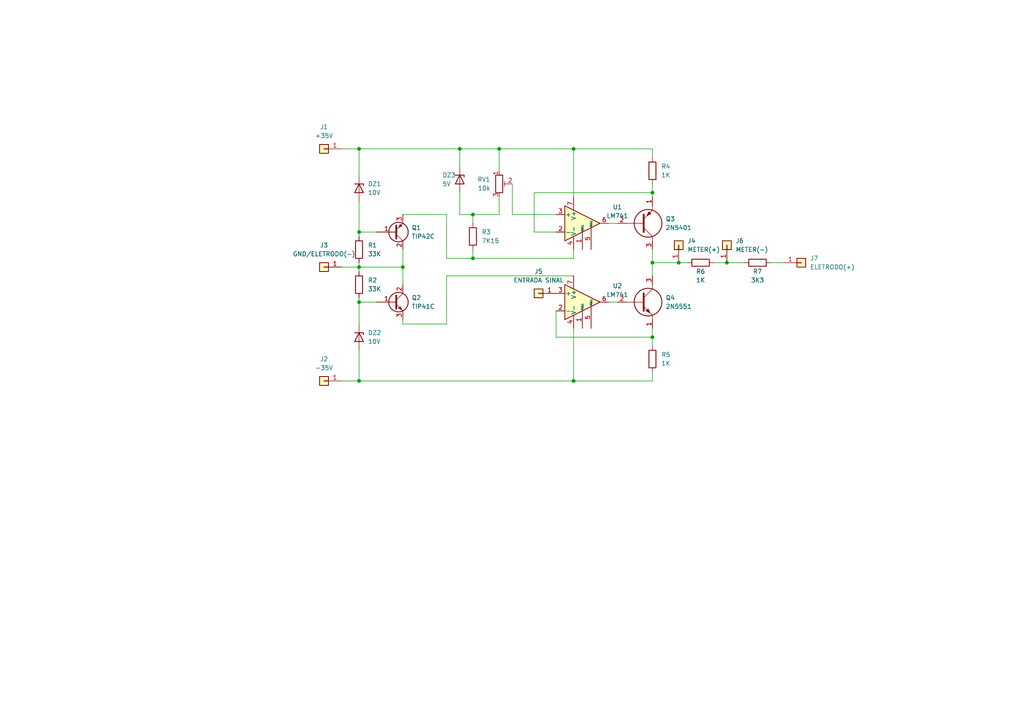
<source format=kicad_sch>
(kicad_sch (version 20230121) (generator eeschema)
  (paper "A4")
  (lib_symbols
    (symbol "Amplifier_Operational:LM741" (pin_names (offset 0.127))
      (property "Reference" "U" (at 0 6.35 0))
      (property "Value" "LM741" (at 0 3.81 0))
      (symbol "LM741_0_1"
        (polyline (pts (xy -5.08 5.08) (xy 5.08 0) (xy -5.08 -5.08) (xy -5.08 5.08)) (stroke (width 0.254)) (fill (type background)))
      )
      (symbol "LM741_1_1"
        (pin input line (at 0 -7.62 90) (length 5.08) (name "NULL") (number "1"))
        (pin input line (at -7.62 -2.54 0) (length 2.54) (name "-") (number "2"))
        (pin input line (at -7.62 2.54 0) (length 2.54) (name "+") (number "3"))
        (pin power_in line (at -2.54 -7.62 90) (length 3.81) (name "V-") (number "4"))
        (pin input line (at 2.54 -7.62 90) (length 6.35) (name "NULL") (number "5"))
        (pin output line (at 7.62 0 180) (length 2.54) (name "~") (number "6"))
        (pin power_in line (at -2.54 7.62 270) (length 3.81) (name "V+") (number "7"))
        (pin no_connect line (at 0 2.54 270) (length 2.54) hide (name "NC") (number "8"))
      )
    )
    (symbol "Connector_Generic:Conn_01x01" (pin_names (offset 1.016) hide)
      (property "Reference" "J" (at 0 2.54 0))
      (property "Value" "Conn_01x01" (at 0 -2.54 0))
      (symbol "Conn_01x01_1_1"
        (rectangle (start -1.27 0.127) (end 0 -0.127) (stroke (width 0.1524)))
        (rectangle (start -1.27 1.27) (end 1.27 -1.27) (stroke (width 0.254)) (fill (type background)))
        (pin passive line (at -5.08 0 0) (length 3.81) (name "Pin_1") (number "1"))
      )
    )
    (symbol "Device:D_Zener" (pin_numbers hide) (pin_names (offset 1.016) hide)
      (property "Reference" "D" (at 0 2.54 0))
      (property "Value" "D_Zener" (at 0 -2.54 0))
      (symbol "D_Zener_0_1"
        (polyline (pts (xy 1.27 0) (xy -1.27 0)))
        (polyline (pts (xy -1.27 -1.27) (xy -1.27 1.27) (xy -0.762 1.27)) (stroke (width 0.254)))
        (polyline (pts (xy 1.27 -1.27) (xy 1.27 1.27) (xy -1.27 0) (xy 1.27 -1.27)) (stroke (width 0.254)))
      )
      (symbol "D_Zener_1_1"
        (pin passive line (at -3.81 0 0) (length 2.54) (name "K") (number "1"))
        (pin passive line (at 3.81 0 180) (length 2.54) (name "A") (number "2"))
      )
    )
    (symbol "Device:R" (pin_numbers hide) (pin_names (offset 0))
      (property "Reference" "R" (at 2.032 0 90))
      (property "Value" "R" (at 0 0 90))
      (symbol "R_0_1"
        (rectangle (start -1.016 -2.54) (end 1.016 2.54) (stroke (width 0.254)))
      )
      (symbol "R_1_1"
        (pin passive line (at 0 3.81 270) (length 1.27) (name "~") (number "1"))
        (pin passive line (at 0 -3.81 90) (length 1.27) (name "~") (number "2"))
      )
    )
    (symbol "Device:R_Potentiometer_Trim" (pin_names (offset 1.016) hide)
      (property "Reference" "RV" (at -4.445 0 90))
      (property "Value" "R_Potentiometer_Trim" (at -2.54 0 90))
      (symbol "R_Potentiometer_Trim_0_1"
        (polyline (pts (xy 1.524 0.762) (xy 1.524 -0.762)))
        (polyline (pts (xy 2.54 0) (xy 1.524 0)))
        (rectangle (start 1.016 2.54) (end -1.016 -2.54) (stroke (width 0.254)))
      )
      (symbol "R_Potentiometer_Trim_1_1"
        (pin passive line (at 0 3.81 270) (length 1.27) (name "1") (number "1"))
        (pin passive line (at 3.81 0 180) (length 1.27) (name "2") (number "2"))
        (pin passive line (at 0 -3.81 90) (length 1.27) (name "3") (number "3"))
      )
    )
    (symbol "SamacSys_Parts:2N5401" (pin_names (offset 0.762))
      (property "Reference" "Q" (at 13.97 1.27 0))
      (property "Value" "2N5401" (at 13.97 -1.27 0))
      (symbol "2N5401_0_0"
        (pin passive line (at 10.16 -7.62 90) (length 2.54) (name "~") (number "1"))
        (pin passive line (at 0 0 0) (length 2.54) (name "~") (number "2"))
        (pin passive line (at 10.16 7.62 270) (length 2.54) (name "~") (number "3"))
      )
      (symbol "2N5401_0_1"
        (polyline (pts (xy 2.54 0) (xy 7.62 0)) (stroke (width 0.1524)))
        (polyline (pts (xy 7.62 -1.27) (xy 10.16 -3.81)) (stroke (width 0.1524)))
        (polyline (pts (xy 7.62 1.27) (xy 10.16 3.81)) (stroke (width 0.1524)))
        (polyline (pts (xy 7.62 2.54) (xy 7.62 -2.54)) (stroke (width 0.508)))
        (polyline (pts (xy 10.16 -3.81) (xy 10.16 -5.08)) (stroke (width 0.1524)))
        (polyline (pts (xy 10.16 3.81) (xy 10.16 5.08)) (stroke (width 0.1524)))
        (polyline (pts (xy 9.652 -2.794) (xy 9.144 -3.302) (xy 8.636 -2.286) (xy 9.652 -2.794)) (stroke (width 0.254)) (fill (type outline)))
        (circle (center 8.89 0) (radius 4.0132) (stroke (width 0.254)))
      )
    )
    (symbol "SamacSys_Parts:2N5551" (pin_names (offset 0.762))
      (property "Reference" "Q" (at 13.97 1.27 0))
      (property "Value" "2N5551" (at 13.97 -1.27 0))
      (symbol "2N5551_0_0"
        (pin passive line (at 10.16 -7.62 90) (length 2.54) (name "~") (number "1"))
        (pin passive line (at 0 0 0) (length 2.54) (name "~") (number "2"))
        (pin passive line (at 10.16 7.62 270) (length 2.54) (name "~") (number "3"))
      )
      (symbol "2N5551_0_1"
        (polyline (pts (xy 2.54 0) (xy 7.62 0)) (stroke (width 0.1524)))
        (polyline (pts (xy 7.62 -1.27) (xy 10.16 -3.81)) (stroke (width 0.1524)))
        (polyline (pts (xy 7.62 1.27) (xy 10.16 3.81)) (stroke (width 0.1524)))
        (polyline (pts (xy 7.62 2.54) (xy 7.62 -2.54)) (stroke (width 0.508)))
        (polyline (pts (xy 10.16 -3.81) (xy 10.16 -5.08)) (stroke (width 0.1524)))
        (polyline (pts (xy 10.16 3.81) (xy 10.16 5.08)) (stroke (width 0.1524)))
        (polyline (pts (xy 8.382 -2.54) (xy 8.89 -2.032) (xy 9.398 -3.048) (xy 8.382 -2.54)) (stroke (width 0.254)) (fill (type outline)))
        (circle (center 8.89 0) (radius 4.0132) (stroke (width 0.254)))
      )
    )
    (symbol "Transistor_BJT:TIP41C" (pin_names (offset 0) hide)
      (property "Reference" "Q" (at 6.35 1.905 0))
      (property "Value" "TIP41C" (at 6.35 0 0))
      (symbol "TIP41C_0_1"
        (polyline (pts (xy 0.635 0.635) (xy 2.54 2.54)))
        (polyline (pts (xy 0.635 -0.635) (xy 2.54 -2.54) (xy 2.54 -2.54)))
        (polyline (pts (xy 0.635 1.905) (xy 0.635 -1.905) (xy 0.635 -1.905)) (stroke (width 0.508)))
        (polyline (pts (xy 1.27 -1.778) (xy 1.778 -1.27) (xy 2.286 -2.286) (xy 1.27 -1.778) (xy 1.27 -1.778)) (fill (type outline)))
        (circle (center 1.27 0) (radius 2.8194) (stroke (width 0.254)))
      )
      (symbol "TIP41C_1_1"
        (pin input line (at -5.08 0 0) (length 5.715) (name "B") (number "1"))
        (pin passive line (at 2.54 5.08 270) (length 2.54) (name "C") (number "2"))
        (pin passive line (at 2.54 -5.08 90) (length 2.54) (name "E") (number "3"))
      )
    )
    (symbol "Transistor_BJT:TIP42C" (pin_names (offset 0) hide)
      (property "Reference" "Q" (at 6.35 1.905 0))
      (property "Value" "TIP42C" (at 6.35 0 0))
      (symbol "TIP42C_0_1"
        (polyline (pts (xy 0.635 0.635) (xy 2.54 2.54)))
        (polyline (pts (xy 0.635 -0.635) (xy 2.54 -2.54) (xy 2.54 -2.54)))
        (polyline (pts (xy 0.635 1.905) (xy 0.635 -1.905) (xy 0.635 -1.905)) (stroke (width 0.508)))
        (polyline (pts (xy 2.286 -1.778) (xy 1.778 -2.286) (xy 1.27 -1.27) (xy 2.286 -1.778) (xy 2.286 -1.778)) (fill (type outline)))
        (circle (center 1.27 0) (radius 2.8194) (stroke (width 0.254)))
      )
      (symbol "TIP42C_1_1"
        (pin input line (at -5.08 0 0) (length 5.715) (name "B") (number "1"))
        (pin passive line (at 2.54 5.08 270) (length 2.54) (name "C") (number "2"))
        (pin passive line (at 2.54 -5.08 90) (length 2.54) (name "E") (number "3"))
      )
    )
  )
  (junction (at 196.85 76.2))
  (junction (at 104.14 110.49))
  (junction (at 104.14 77.47))
  (junction (at 210.82 76.2))
  (junction (at 189.23 76.2))
  (junction (at 104.14 67.31))
  (junction (at 166.37 43.18))
  (junction (at 116.84 77.47))
  (junction (at 137.16 74.93))
  (junction (at 137.16 62.23))
  (junction (at 104.14 87.63))
  (junction (at 189.23 97.79))
  (junction (at 144.78 43.18))
  (junction (at 133.35 43.18))
  (junction (at 166.37 110.49))
  (junction (at 104.14 43.18))
  (junction (at 189.23 55.88))
  (wire (pts (xy 129.54 80.01) (xy 166.37 80.01)))
  (wire (pts (xy 133.35 62.23) (xy 137.16 62.23)))
  (wire (pts (xy 129.54 74.93) (xy 129.54 62.23)))
  (wire (pts (xy 104.14 77.47) (xy 116.84 77.47)))
  (wire (pts (xy 189.23 76.2) (xy 189.23 80.01)))
  (wire (pts (xy 99.06 43.18) (xy 104.14 43.18)))
  (wire (pts (xy 161.29 67.31) (xy 154.94 67.31)))
  (wire (pts (xy 116.84 93.98) (xy 116.84 92.71)))
  (wire (pts (xy 189.23 107.95) (xy 189.23 110.49)))
  (wire (pts (xy 99.06 110.49) (xy 104.14 110.49)))
  (wire (pts (xy 129.54 93.98) (xy 129.54 80.01)))
  (wire (pts (xy 116.84 77.47) (xy 116.84 82.55)))
  (wire (pts (xy 104.14 110.49) (xy 166.37 110.49)))
  (wire (pts (xy 189.23 55.88) (xy 189.23 57.15)))
  (wire (pts (xy 133.35 43.18) (xy 133.35 48.26)))
  (wire (pts (xy 166.37 95.25) (xy 166.37 110.49)))
  (wire (pts (xy 137.16 74.93) (xy 166.37 74.93)))
  (wire (pts (xy 116.84 93.98) (xy 129.54 93.98)))
  (wire (pts (xy 104.14 58.42) (xy 104.14 67.31)))
  (wire (pts (xy 104.14 67.31) (xy 104.14 68.58)))
  (wire (pts (xy 104.14 87.63) (xy 109.22 87.63)))
  (wire (pts (xy 196.85 76.2) (xy 189.23 76.2)))
  (wire (pts (xy 104.14 87.63) (xy 104.14 93.98)))
  (wire (pts (xy 144.78 43.18) (xy 144.78 49.53)))
  (wire (pts (xy 104.14 67.31) (xy 109.22 67.31)))
  (wire (pts (xy 154.94 67.31) (xy 154.94 55.88)))
  (wire (pts (xy 148.59 62.23) (xy 161.29 62.23)))
  (wire (pts (xy 99.06 77.47) (xy 104.14 77.47)))
  (wire (pts (xy 116.84 72.39) (xy 116.84 77.47)))
  (wire (pts (xy 199.39 76.2) (xy 196.85 76.2)))
  (wire (pts (xy 161.29 90.17) (xy 161.29 97.79)))
  (wire (pts (xy 227.33 76.2) (xy 223.52 76.2)))
  (wire (pts (xy 189.23 95.25) (xy 189.23 97.79)))
  (wire (pts (xy 104.14 86.36) (xy 104.14 87.63)))
  (wire (pts (xy 210.82 76.2) (xy 215.9 76.2)))
  (wire (pts (xy 144.78 43.18) (xy 166.37 43.18)))
  (wire (pts (xy 104.14 101.6) (xy 104.14 110.49)))
  (wire (pts (xy 137.16 62.23) (xy 137.16 64.77)))
  (wire (pts (xy 166.37 110.49) (xy 189.23 110.49)))
  (wire (pts (xy 176.53 87.63) (xy 179.07 87.63)))
  (wire (pts (xy 189.23 45.72) (xy 189.23 43.18)))
  (wire (pts (xy 116.84 62.23) (xy 129.54 62.23)))
  (wire (pts (xy 104.14 50.8) (xy 104.14 43.18)))
  (wire (pts (xy 166.37 43.18) (xy 166.37 57.15)))
  (wire (pts (xy 166.37 43.18) (xy 189.23 43.18)))
  (wire (pts (xy 161.29 97.79) (xy 189.23 97.79)))
  (wire (pts (xy 176.53 64.77) (xy 179.07 64.77)))
  (wire (pts (xy 144.78 62.23) (xy 137.16 62.23)))
  (wire (pts (xy 189.23 72.39) (xy 189.23 76.2)))
  (wire (pts (xy 129.54 74.93) (xy 137.16 74.93)))
  (wire (pts (xy 189.23 97.79) (xy 189.23 100.33)))
  (wire (pts (xy 144.78 57.15) (xy 144.78 62.23)))
  (wire (pts (xy 137.16 72.39) (xy 137.16 74.93)))
  (wire (pts (xy 104.14 76.2) (xy 104.14 77.47)))
  (wire (pts (xy 154.94 55.88) (xy 189.23 55.88)))
  (wire (pts (xy 104.14 78.74) (xy 104.14 77.47)))
  (wire (pts (xy 133.35 43.18) (xy 144.78 43.18)))
  (wire (pts (xy 104.14 43.18) (xy 133.35 43.18)))
  (wire (pts (xy 166.37 72.39) (xy 166.37 74.93)))
  (wire (pts (xy 133.35 55.88) (xy 133.35 62.23)))
  (wire (pts (xy 189.23 53.34) (xy 189.23 55.88)))
  (wire (pts (xy 148.59 53.34) (xy 148.59 62.23)))
  (wire (pts (xy 207.01 76.2) (xy 210.82 76.2)))
  (symbol (lib_id "Connector_Generic:Conn_01x01") (at 93.98 77.47 180) (unit 1)
    (property "Reference" "J3" (at 93.98 71.12 0))
    (property "Value" "GND/ELETRODO(-)" (at 93.98 73.66 0))
    (property "Footprint" "Connector_Pin:Pin_D0.7mm_L6.5mm_W1.8mm_FlatFork" (effects hide))
  )
  (symbol (lib_id "Connector_Generic:Conn_01x01") (at 210.82 71.12 90) (unit 1)
    (property "Reference" "J6" (at 213.36 69.85 90) (effects (justify right)))
    (property "Value" "METER(-)" (at 213.36 72.39 90) (effects (justify right)))
    (property "Footprint" "Connector_Pin:Pin_D0.7mm_L6.5mm_W1.8mm_FlatFork" (effects hide))
  )
  (symbol (lib_id "Device:R") (at 104.14 82.55 0) (unit 1)
    (property "Reference" "R2" (at 106.68 81.2799 0) (effects (justify left)))
    (property "Value" "33K" (at 106.68 83.8199 0) (effects (justify left)))
    (property "Footprint" "Resistor_THT:R_Axial_DIN0204_L3.6mm_D1.6mm_P7.62mm_Horizontal" (effects hide))
  )
  (symbol (lib_id "SamacSys_Parts:2N5401") (at 179.07 64.77 0) (mirror x) (unit 1)
    (property "Reference" "Q3" (at 193.04 63.4999 0) (effects (justify left)))
    (property "Value" "2N5401" (at 193.04 66.0399 0) (effects (justify left)))
    (property "Footprint" "Package_TO_SOT_THT:TO-92" (effects hide))
    (property "Datasheet" "https://componentsearchengine.com/Datasheets/2/2N5401.pdf" (effects hide))
    (property "Description" "BIPOLAR TRANSISTOR, PNP, TO-92; Transistor Polarity:PNP; Collector Emitter Voltage V(br)ceo:150V; Transition Frequency ft:-; Power Dissipation Pd:625mW; DC Collector Current:600mA; DC Current Gain hFE:50hFE; No. of Pins:3Pins RoHS Compliant: Yes" (effects hide))
    (property "Height" "4.78" (effects hide))
    (property "Manufacturer_Name" "MULTICOMP" (effects hide))
    (property "Manufacturer_Part_Number" "2N5401" (effects hide))
  )
  (symbol (lib_id "Transistor_BJT:TIP41C") (at 114.3 87.63 0) (unit 1)
    (property "Reference" "Q2" (at 119.38 86.3599 0) (effects (justify left)))
    (property "Value" "TIP41C" (at 119.38 88.8999 0) (effects (justify left)))
    (property "Footprint" "Package_TO_SOT_THT:TO-220-3_Vertical" (effects hide))
    (property "Datasheet" "https://www.centralsemi.com/get_document.php?cmp=1&mergetype=pd&mergepath=pd&pdf_id=tip41.PDF" (effects hide))
  )
  (symbol (lib_id "Transistor_BJT:TIP42C") (at 114.3 67.31 0) (mirror x) (unit 1)
    (property "Reference" "Q1" (at 119.38 66.0399 0) (effects (justify left)))
    (property "Value" "TIP42C" (at 119.38 68.5799 0) (effects (justify left)))
    (property "Footprint" "Package_TO_SOT_THT:TO-220-3_Vertical" (effects hide))
    (property "Datasheet" "https://www.centralsemi.com/get_document.php?cmp=1&mergetype=pd&mergepath=pd&pdf_id=TIP42.PDF" (effects hide))
  )
  (symbol (lib_id "Device:R_Potentiometer_Trim") (at 144.78 53.34 0) (unit 1)
    (property "Reference" "RV1" (at 142.24 52.07 0) (effects (justify right)))
    (property "Value" "10k" (at 142.24 54.61 0) (effects (justify right)))
    (property "Footprint" "Potentiometer_THT:Potentiometer_Bourns_3296W_Vertical" (effects hide))
  )
  (symbol (lib_id "Device:R") (at 189.23 49.53 0) (unit 1)
    (property "Reference" "R4" (at 191.77 48.2599 0) (effects (justify left)))
    (property "Value" "1K" (at 191.77 50.7999 0) (effects (justify left)))
    (property "Footprint" "Resistor_THT:R_Axial_DIN0204_L3.6mm_D1.6mm_P7.62mm_Horizontal" (effects hide))
  )
  (symbol (lib_id "Device:R") (at 219.71 76.2 90) (unit 1)
    (property "Reference" "R7" (at 219.71 78.74 90))
    (property "Value" "3K3" (at 219.71 81.28 90))
    (property "Footprint" "Resistor_THT:R_Axial_DIN0204_L3.6mm_D1.6mm_P7.62mm_Horizontal" (effects hide))
  )
  (symbol (lib_id "Connector_Generic:Conn_01x01") (at 93.98 110.49 180) (unit 1)
    (property "Reference" "J2" (at 93.98 104.14 0))
    (property "Value" "-35V" (at 93.98 106.68 0))
    (property "Footprint" "Connector_Pin:Pin_D0.7mm_L6.5mm_W1.8mm_FlatFork" (effects hide))
  )
  (symbol (lib_id "Device:R") (at 137.16 68.58 0) (unit 1)
    (property "Reference" "R3" (at 139.7 67.3099 0) (effects (justify left)))
    (property "Value" "7K15" (at 139.7 69.8499 0) (effects (justify left)))
    (property "Footprint" "Resistor_THT:R_Axial_DIN0204_L3.6mm_D1.6mm_P7.62mm_Horizontal" (effects hide))
  )
  (symbol (lib_id "Connector_Generic:Conn_01x01") (at 232.41 76.2 0) (unit 1)
    (property "Reference" "J7" (at 234.95 74.93 0) (effects (justify left)))
    (property "Value" "ELETRODO(+)" (at 234.95 77.47 0) (effects (justify left)))
    (property "Footprint" "Connector_Pin:Pin_D0.7mm_L6.5mm_W1.8mm_FlatFork" (effects hide))
  )
  (symbol (lib_id "Amplifier_Operational:LM741") (at 168.91 87.63 0) (unit 1)
    (property "Reference" "U2" (at 179.07 82.931 0))
    (property "Value" "LM741" (at 179.07 85.471 0))
    (property "Footprint" "Package_DIP:DIP-8_W7.62mm_LongPads" (effects hide))
    (property "Datasheet" "http://www.ti.com/lit/ds/symlink/lm741.pdf" (effects hide))
  )
  (symbol (lib_id "Device:D_Zener") (at 104.14 54.61 270) (unit 1)
    (property "Reference" "DZ1" (at 106.68 53.34 90) (effects (justify left)))
    (property "Value" "10V" (at 106.68 55.88 90) (effects (justify left)))
    (property "Footprint" "Diode_THT:D_DO-41_SOD81_P7.62mm_Horizontal" (effects hide))
  )
  (symbol (lib_id "Device:D_Zener") (at 133.35 52.07 270) (unit 1)
    (property "Reference" "DZ3" (at 128.27 50.8 90) (effects (justify left)))
    (property "Value" "5V" (at 128.27 53.34 90) (effects (justify left)))
    (property "Footprint" "Diode_THT:D_DO-41_SOD81_P7.62mm_Horizontal" (effects hide))
  )
  (symbol (lib_id "Amplifier_Operational:LM741") (at 168.91 64.77 0) (unit 1)
    (property "Reference" "U1" (at 179.07 60.071 0))
    (property "Value" "LM741" (at 179.07 62.611 0))
    (property "Footprint" "Package_DIP:DIP-8_W7.62mm_LongPads" (effects hide))
    (property "Datasheet" "http://www.ti.com/lit/ds/symlink/lm741.pdf" (effects hide))
  )
  (symbol (lib_id "Device:D_Zener") (at 104.14 97.79 270) (unit 1)
    (property "Reference" "DZ2" (at 106.68 96.52 90) (effects (justify left)))
    (property "Value" "10V" (at 106.68 99.06 90) (effects (justify left)))
    (property "Footprint" "Diode_THT:D_DO-41_SOD81_P7.62mm_Horizontal" (effects hide))
  )
  (symbol (lib_id "Connector_Generic:Conn_01x01") (at 156.21 85.09 180) (unit 1)
    (property "Reference" "J5" (at 156.21 78.74 0))
    (property "Value" "ENTRADA SINAL" (at 156.21 81.28 0))
    (property "Footprint" "Connector_Pin:Pin_D0.7mm_L6.5mm_W1.8mm_FlatFork" (effects hide))
  )
  (symbol (lib_id "Connector_Generic:Conn_01x01") (at 93.98 43.18 180) (unit 1)
    (property "Reference" "J1" (at 93.98 36.83 0))
    (property "Value" "+35V" (at 93.98 39.37 0))
    (property "Footprint" "Connector_Pin:Pin_D0.7mm_L6.5mm_W1.8mm_FlatFork" (effects hide))
  )
  (symbol (lib_id "Device:R") (at 203.2 76.2 90) (unit 1)
    (property "Reference" "R6" (at 203.2 78.74 90))
    (property "Value" "1K" (at 203.2 81.28 90))
    (property "Footprint" "Resistor_THT:R_Axial_DIN0204_L3.6mm_D1.6mm_P7.62mm_Horizontal" (effects hide))
  )
  (symbol (lib_id "Device:R") (at 104.14 72.39 0) (unit 1)
    (property "Reference" "R1" (at 106.68 71.1199 0) (effects (justify left)))
    (property "Value" "33K" (at 106.68 73.6599 0) (effects (justify left)))
    (property "Footprint" "Resistor_THT:R_Axial_DIN0204_L3.6mm_D1.6mm_P7.62mm_Horizontal" (effects hide))
  )
  (symbol (lib_id "SamacSys_Parts:2N5551") (at 179.07 87.63 0) (unit 1)
    (property "Reference" "Q4" (at 193.04 86.3599 0) (effects (justify left)))
    (property "Value" "2N5551" (at 193.04 88.8999 0) (effects (justify left)))
    (property "Footprint" "Package_TO_SOT_THT:TO-92" (effects hide))
    (property "Datasheet" "http://www.onsemi.com/pub/Collateral/2N5550-D.PDF" (effects hide))
    (property "Description" "Bipolar Transistors - BJT 600mA 180V NPN" (effects hide))
    (property "Height" "5.33" (effects hide))
    (property "Manufacturer_Name" "onsemi" (effects hide))
    (property "Manufacturer_Part_Number" "2N5551" (effects hide))
    (property "Mouser Part Number" "863-2N5551" (effects hide))
    (property "Mouser Price/Stock" "https://www.mouser.co.uk/ProductDetail/onsemi/2N5551?qs=vLkC5FC1VN9fmjXMZdtXVg%3D%3D" (effects hide))
  )
  (symbol (lib_id "Connector_Generic:Conn_01x01") (at 196.85 71.12 90) (unit 1)
    (property "Reference" "J4" (at 199.39 69.85 90) (effects (justify right)))
    (property "Value" "METER(+)" (at 199.39 72.39 90) (effects (justify right)))
    (property "Footprint" "Connector_Pin:Pin_D0.7mm_L6.5mm_W1.8mm_FlatFork" (effects hide))
  )
  (symbol (lib_id "Device:R") (at 189.23 104.14 0) (unit 1)
    (property "Reference" "R5" (at 191.7875 102.8699 0) (effects (justify left)))
    (property "Value" "1K" (at 191.7875 105.4099 0) (effects (justify left)))
    (property "Footprint" "Resistor_THT:R_Axial_DIN0204_L3.6mm_D1.6mm_P5.08mm_Vertical" (effects hide))
  )
)
</source>
